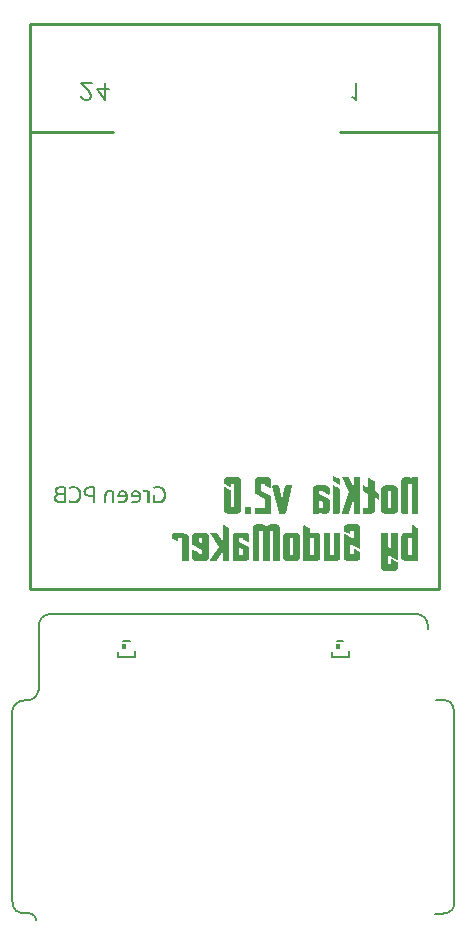
<source format=gbo>
G04 Layer: BottomSilkscreenLayer*
G04 EasyEDA v6.5.21, 2022-10-22 15:56:40*
G04 9ab0f769691e454ba0e7696980ab9178,294cf934c43b457281b0b0dcd80bbfec,10*
G04 Gerber Generator version 0.2*
G04 Scale: 100 percent, Rotated: No, Reflected: No *
G04 Dimensions in millimeters *
G04 leading zeros omitted , absolute positions ,4 integer and 5 decimal *
%FSLAX45Y45*%
%MOMM*%

%ADD10C,0.2032*%
%ADD11C,0.2540*%
%ADD12C,0.1520*%

%LPD*%
G36*
X-159512Y2140610D02*
G01*
X-171246Y2138324D01*
X-181102Y2131466D01*
X-184962Y2126742D01*
X-187756Y2121611D01*
X-189433Y2115972D01*
X-189992Y2109876D01*
X-189992Y2089810D01*
X-189534Y2086152D01*
X-188264Y2083054D01*
X-186131Y2080564D01*
X-183134Y2078634D01*
X-140360Y2056892D01*
X-138480Y2056130D01*
X-137668Y2056028D01*
X-136194Y2056384D01*
X-135178Y2057552D01*
X-134569Y2059432D01*
X-134366Y2062124D01*
X-134366Y2086000D01*
X-103885Y2086000D01*
X-103885Y2017166D01*
X-181102Y2056536D01*
X-183286Y2057298D01*
X-184912Y2057552D01*
X-187096Y2057044D01*
X-188722Y2055520D01*
X-189636Y2052980D01*
X-189992Y2049424D01*
X-189992Y1862734D01*
X-189433Y1856638D01*
X-187756Y1851050D01*
X-184962Y1845970D01*
X-181102Y1841398D01*
X-176377Y1837486D01*
X-171246Y1834692D01*
X-165608Y1833067D01*
X-159512Y1832508D01*
X-78486Y1832508D01*
X-72390Y1833067D01*
X-66802Y1834692D01*
X-61722Y1837486D01*
X-57150Y1841398D01*
X-53238Y1845970D01*
X-50444Y1851050D01*
X-48818Y1856638D01*
X-48260Y1862734D01*
X-48260Y1899818D01*
X-48564Y1902968D01*
X-49428Y1905711D01*
X-50952Y1907946D01*
X-53086Y1909724D01*
X-98501Y1932482D01*
X-101092Y1933092D01*
X-102311Y1932736D01*
X-103174Y1931720D01*
X-103682Y1930095D01*
X-103885Y1927758D01*
X-103885Y1888134D01*
X-134366Y1888134D01*
X-134366Y1971192D01*
X-55676Y1931416D01*
X-53289Y1930654D01*
X-52324Y1930552D01*
X-50546Y1930958D01*
X-49276Y1932228D01*
X-48514Y1934413D01*
X-48260Y1937410D01*
X-48260Y2109876D01*
X-48818Y2115972D01*
X-50444Y2121611D01*
X-53238Y2126742D01*
X-57150Y2131466D01*
X-61722Y2135428D01*
X-66802Y2138324D01*
X-72390Y2140000D01*
X-78486Y2140610D01*
G37*
G36*
X-929132Y2140610D02*
G01*
X-940866Y2138324D01*
X-950721Y2131466D01*
X-954481Y2126742D01*
X-957173Y2121611D01*
X-958799Y2115972D01*
X-959358Y2109876D01*
X-959358Y1837334D01*
X-959002Y1835200D01*
X-957986Y1833676D01*
X-956360Y1832813D01*
X-954024Y1832508D01*
X-908558Y1832508D01*
X-906424Y1832813D01*
X-904900Y1833676D01*
X-904036Y1835200D01*
X-903732Y1837334D01*
X-903732Y2086000D01*
X-873506Y2086000D01*
X-873506Y1837334D01*
X-873150Y1835200D01*
X-872134Y1833676D01*
X-870508Y1832813D01*
X-868171Y1832508D01*
X-822706Y1832508D01*
X-820572Y1832813D01*
X-819048Y1833676D01*
X-818184Y1835200D01*
X-817880Y1837334D01*
X-817880Y2086000D01*
X-787654Y2086000D01*
X-787654Y1837334D01*
X-787298Y1835200D01*
X-786384Y1833676D01*
X-784758Y1832813D01*
X-782574Y1832508D01*
X-736854Y1832508D01*
X-734618Y1832813D01*
X-733044Y1833676D01*
X-732078Y1835200D01*
X-731774Y1837334D01*
X-731774Y2109876D01*
X-732332Y2115972D01*
X-733958Y2121611D01*
X-736752Y2126742D01*
X-740664Y2131466D01*
X-750468Y2138324D01*
X-762254Y2140610D01*
X-817880Y2140610D01*
X-826719Y2139340D01*
X-834288Y2135581D01*
X-840587Y2129282D01*
X-845566Y2120544D01*
X-850442Y2129282D01*
X-856742Y2135581D01*
X-864412Y2139340D01*
X-873506Y2140610D01*
G37*
G36*
X-1210818Y2133244D02*
G01*
X-1212596Y2132584D01*
X-1213866Y2131263D01*
X-1214628Y2129180D01*
X-1214882Y2126386D01*
X-1214882Y1990750D01*
X-1261618Y2065934D01*
X-1262837Y2067560D01*
X-1264564Y2068779D01*
X-1266799Y2069490D01*
X-1269492Y2069744D01*
X-1317244Y2069744D01*
X-1319225Y2069592D01*
X-1320647Y2069134D01*
X-1321511Y2068423D01*
X-1321765Y2067153D01*
X-1321511Y2066391D01*
X-1249934Y1951126D01*
X-1321511Y1835912D01*
X-1321816Y1834540D01*
X-1321308Y1833625D01*
X-1320393Y1833016D01*
X-1319022Y1832610D01*
X-1269492Y1832508D01*
X-1266799Y1832711D01*
X-1264564Y1833422D01*
X-1262837Y1834642D01*
X-1261618Y1836318D01*
X-1214882Y1911502D01*
X-1214882Y1837334D01*
X-1214526Y1835200D01*
X-1213612Y1833676D01*
X-1211986Y1832813D01*
X-1209802Y1832508D01*
X-1164082Y1832508D01*
X-1161948Y1832813D01*
X-1160424Y1833676D01*
X-1159560Y1835200D01*
X-1159256Y1837334D01*
X-1159256Y2099208D01*
X-1159611Y2103170D01*
X-1160678Y2106422D01*
X-1162507Y2109012D01*
X-1165098Y2110892D01*
X-1205992Y2131466D01*
G37*
G36*
X388112Y2132736D02*
G01*
X386486Y2132330D01*
X385267Y2131110D01*
X384556Y2129129D01*
X384302Y2126386D01*
X384302Y2069744D01*
X328676Y2069744D01*
X322580Y2069185D01*
X316941Y2067560D01*
X311810Y2064867D01*
X307086Y2061108D01*
X303326Y2056384D01*
X300634Y2051253D01*
X299008Y2045614D01*
X298450Y2039518D01*
X298450Y2024532D01*
X384302Y2024532D01*
X384302Y1877974D01*
X354076Y1877974D01*
X354076Y2024532D01*
X298450Y2024532D01*
X298450Y1862734D01*
X299008Y1856638D01*
X300634Y1851050D01*
X303326Y1845970D01*
X307086Y1841398D01*
X311810Y1837486D01*
X316941Y1834692D01*
X322580Y1833067D01*
X328676Y1832508D01*
X362559Y1832610D01*
X368909Y1833625D01*
X372618Y1834540D01*
X376326Y1836013D01*
X379476Y1837639D01*
X382168Y1839417D01*
X384302Y1841398D01*
X384302Y1837334D01*
X384606Y1835200D01*
X385521Y1833676D01*
X387045Y1832813D01*
X389128Y1832508D01*
X435101Y1832508D01*
X437235Y1832813D01*
X438759Y1833676D01*
X439623Y1835200D01*
X439928Y1837334D01*
X439928Y2099208D01*
X439572Y2103120D01*
X438505Y2106320D01*
X436676Y2108708D01*
X434085Y2110384D01*
X393192Y2131466D01*
X390398Y2132380D01*
G37*
G36*
X-527304Y2132228D02*
G01*
X-528929Y2131822D01*
X-530148Y2130755D01*
X-530860Y2128926D01*
X-531114Y2126386D01*
X-531114Y2024024D01*
X-445770Y2024024D01*
X-445770Y1877974D01*
X-475996Y1877974D01*
X-475996Y2024024D01*
X-531114Y2024024D01*
X-531114Y1837334D01*
X-530809Y1835200D01*
X-529894Y1833676D01*
X-528370Y1832813D01*
X-526288Y1832508D01*
X-480822Y1832508D01*
X-478688Y1832813D01*
X-477164Y1833676D01*
X-476300Y1835200D01*
X-475996Y1837334D01*
X-475996Y1841398D01*
X-473557Y1839468D01*
X-470712Y1837740D01*
X-467359Y1836267D01*
X-459689Y1833930D01*
X-453491Y1832660D01*
X-451104Y1832508D01*
X-420370Y1832508D01*
X-414223Y1833067D01*
X-408584Y1834692D01*
X-403453Y1837486D01*
X-398780Y1841398D01*
X-394970Y1845970D01*
X-392277Y1851050D01*
X-390652Y1856638D01*
X-390144Y1862734D01*
X-390144Y2039518D01*
X-390652Y2045614D01*
X-392277Y2051253D01*
X-394970Y2056384D01*
X-398780Y2061108D01*
X-403453Y2064867D01*
X-408584Y2067560D01*
X-414223Y2069185D01*
X-420370Y2069744D01*
X-475996Y2069744D01*
X-475996Y2098700D01*
X-476351Y2102408D01*
X-477418Y2105558D01*
X-479247Y2107996D01*
X-481838Y2109876D01*
X-522985Y2131466D01*
X-525170Y2132025D01*
G37*
G36*
X-1555242Y2070252D02*
G01*
X-1556867Y2069846D01*
X-1558086Y2068626D01*
X-1558798Y2066645D01*
X-1559052Y2063902D01*
X-1559052Y2061108D01*
X-1561236Y2062937D01*
X-1563979Y2064562D01*
X-1567332Y2066086D01*
X-1571244Y2067458D01*
X-1578457Y2069134D01*
X-1583436Y2069744D01*
X-1614678Y2069744D01*
X-1620774Y2069185D01*
X-1626412Y2067560D01*
X-1631543Y2064867D01*
X-1636268Y2061108D01*
X-1640027Y2056384D01*
X-1642719Y2051253D01*
X-1644345Y2045614D01*
X-1644904Y2039518D01*
X-1644904Y2035708D01*
X-1644345Y2030628D01*
X-1642719Y2026412D01*
X-1640027Y2023008D01*
X-1636268Y2020468D01*
X-1599844Y2002028D01*
X-1596948Y2001012D01*
X-1595628Y2000910D01*
X-1592834Y2001774D01*
X-1590852Y2003958D01*
X-1589633Y2007362D01*
X-1589278Y2012086D01*
X-1589278Y2024532D01*
X-1559052Y2024532D01*
X-1559052Y1837334D01*
X-1558747Y1835200D01*
X-1557832Y1833676D01*
X-1556308Y1832813D01*
X-1554226Y1832508D01*
X-1508252Y1832508D01*
X-1506118Y1832813D01*
X-1504594Y1833676D01*
X-1503730Y1835200D01*
X-1503426Y1837334D01*
X-1503426Y2036724D01*
X-1503781Y2040229D01*
X-1504848Y2043175D01*
X-1506677Y2045563D01*
X-1509268Y2047392D01*
X-1551584Y2069388D01*
X-1554124Y2070150D01*
G37*
G36*
X132842Y2069744D02*
G01*
X130505Y2069439D01*
X128879Y2068525D01*
X127863Y2067001D01*
X127508Y2064918D01*
X127508Y1778914D01*
X128066Y1772767D01*
X129692Y1767128D01*
X132384Y1761998D01*
X136144Y1757324D01*
X140868Y1753412D01*
X145999Y1750618D01*
X151638Y1748993D01*
X157734Y1748434D01*
X238760Y1748434D01*
X244906Y1748993D01*
X250545Y1750618D01*
X255676Y1753412D01*
X260350Y1757324D01*
X264160Y1761998D01*
X266852Y1767128D01*
X268478Y1772767D01*
X268986Y1778914D01*
X268986Y1813458D01*
X268681Y1817014D01*
X267817Y1819910D01*
X266293Y1822094D01*
X264160Y1823618D01*
X220878Y1845360D01*
X217932Y1846224D01*
X215950Y1845767D01*
X214528Y1844344D01*
X213664Y1842058D01*
X213360Y1838858D01*
X213360Y1804314D01*
X183134Y1804314D01*
X183134Y1881276D01*
X260146Y1841855D01*
X263042Y1840992D01*
X264160Y1840890D01*
X266293Y1841449D01*
X267817Y1843176D01*
X268681Y1846021D01*
X268986Y1850034D01*
X268986Y2064918D01*
X268681Y2067001D01*
X267817Y2068525D01*
X266293Y2069439D01*
X264160Y2069744D01*
X218186Y2069744D01*
X216103Y2069439D01*
X214579Y2068525D01*
X213664Y2067001D01*
X213360Y2064918D01*
X213360Y1933092D01*
X183134Y1948332D01*
X183134Y2064918D01*
X182829Y2067001D01*
X181965Y2068525D01*
X180441Y2069439D01*
X178308Y2069744D01*
G37*
G36*
X-355346Y2069744D02*
G01*
X-357682Y2069388D01*
X-359308Y2068372D01*
X-360324Y2066747D01*
X-360680Y2064410D01*
X-360680Y1837334D01*
X-360324Y1835200D01*
X-359308Y1833676D01*
X-357682Y1832813D01*
X-355346Y1832508D01*
X-310134Y1832508D01*
X-307898Y1832813D01*
X-306324Y1833676D01*
X-305358Y1835200D01*
X-305054Y1837334D01*
X-305054Y1841398D01*
X-302615Y1839468D01*
X-299770Y1837740D01*
X-296418Y1836267D01*
X-288848Y1833930D01*
X-285546Y1833118D01*
X-282651Y1832660D01*
X-280162Y1832508D01*
X-249428Y1832508D01*
X-243332Y1833067D01*
X-237744Y1834692D01*
X-232664Y1837486D01*
X-228092Y1841398D01*
X-224180Y1845970D01*
X-221386Y1851050D01*
X-219760Y1856638D01*
X-219202Y1862734D01*
X-219202Y2064410D01*
X-219506Y2066747D01*
X-220370Y2068372D01*
X-221894Y2069388D01*
X-224028Y2069744D01*
X-270002Y2069744D01*
X-272084Y2069388D01*
X-273608Y2068372D01*
X-274523Y2066747D01*
X-274828Y2064410D01*
X-274828Y1877974D01*
X-305054Y1877974D01*
X-305054Y2064410D01*
X-305358Y2066747D01*
X-306324Y2068372D01*
X-307898Y2069388D01*
X-310134Y2069744D01*
G37*
G36*
X-672338Y2069744D02*
G01*
X-678434Y2069185D01*
X-684072Y2067560D01*
X-689203Y2064867D01*
X-693928Y2061108D01*
X-697687Y2056384D01*
X-700379Y2051253D01*
X-702005Y2045614D01*
X-702564Y2039518D01*
X-702564Y2024532D01*
X-616712Y2024532D01*
X-616712Y1877974D01*
X-646938Y1877974D01*
X-646938Y2024532D01*
X-702564Y2024532D01*
X-702564Y1862734D01*
X-702005Y1856638D01*
X-700379Y1851050D01*
X-697687Y1845970D01*
X-693928Y1841398D01*
X-689203Y1837486D01*
X-684072Y1834692D01*
X-678434Y1833067D01*
X-672338Y1832508D01*
X-591312Y1832508D01*
X-585165Y1833067D01*
X-579526Y1834692D01*
X-574395Y1837486D01*
X-569722Y1841398D01*
X-565912Y1845970D01*
X-563219Y1851050D01*
X-561594Y1856638D01*
X-561086Y1862734D01*
X-561086Y2039518D01*
X-561594Y2045614D01*
X-563219Y2051253D01*
X-565912Y2056384D01*
X-569722Y2061108D01*
X-574395Y2064867D01*
X-579526Y2067560D01*
X-585165Y2069185D01*
X-591312Y2069744D01*
G37*
G36*
X-1099566Y2069744D02*
G01*
X-1105662Y2069185D01*
X-1111300Y2067560D01*
X-1116431Y2064867D01*
X-1121156Y2061108D01*
X-1124915Y2056384D01*
X-1127607Y2051253D01*
X-1129233Y2045614D01*
X-1129792Y2039518D01*
X-1129792Y1943252D01*
X-1074166Y1943252D01*
X-1043940Y1928266D01*
X-1043940Y1877974D01*
X-1074166Y1877974D01*
X-1074166Y1943252D01*
X-1129792Y1943252D01*
X-1129792Y1837334D01*
X-1129436Y1835200D01*
X-1128420Y1833676D01*
X-1126794Y1832813D01*
X-1124458Y1832508D01*
X-1078992Y1832508D01*
X-1076858Y1832813D01*
X-1075334Y1833676D01*
X-1074470Y1835200D01*
X-1074166Y1837334D01*
X-1074166Y1841398D01*
X-1071727Y1839468D01*
X-1068882Y1837740D01*
X-1065530Y1836267D01*
X-1057859Y1833930D01*
X-1051661Y1832660D01*
X-1049274Y1832508D01*
X-1018540Y1832508D01*
X-1012393Y1833067D01*
X-1006754Y1834692D01*
X-1001623Y1837486D01*
X-996950Y1841398D01*
X-993140Y1845970D01*
X-990447Y1851050D01*
X-988821Y1856638D01*
X-988314Y1862734D01*
X-988314Y1944776D01*
X-988517Y1947011D01*
X-989228Y1948992D01*
X-990447Y1950720D01*
X-992124Y1952142D01*
X-1074166Y1994052D01*
X-1074166Y2024532D01*
X-1043940Y2024532D01*
X-1043432Y2020570D01*
X-1041958Y2017217D01*
X-1039469Y2014372D01*
X-1036066Y2012086D01*
X-998778Y1993747D01*
X-995883Y1992884D01*
X-994664Y1992782D01*
X-991869Y1993442D01*
X-989888Y1995424D01*
X-988669Y1998776D01*
X-988314Y2003450D01*
X-988314Y2039518D01*
X-988821Y2045614D01*
X-990447Y2051253D01*
X-993140Y2056384D01*
X-996950Y2061108D01*
X-1001623Y2064867D01*
X-1006754Y2067560D01*
X-1012393Y2069185D01*
X-1018540Y2069744D01*
G37*
G36*
X-1443736Y2069744D02*
G01*
X-1449832Y2069185D01*
X-1455470Y2067560D01*
X-1460601Y2064867D01*
X-1465326Y2061108D01*
X-1471777Y2050745D01*
X-1473962Y2037486D01*
X-1473962Y2024024D01*
X-1388110Y2024024D01*
X-1388110Y1977542D01*
X-1418336Y1993036D01*
X-1418336Y2024024D01*
X-1473962Y2024024D01*
X-1473962Y1976018D01*
X-1473708Y1973529D01*
X-1472996Y1971497D01*
X-1471777Y1969871D01*
X-1470152Y1968652D01*
X-1388110Y1927250D01*
X-1388110Y1888134D01*
X-1418336Y1888134D01*
X-1418742Y1894332D01*
X-1420012Y1899361D01*
X-1422196Y1903120D01*
X-1425194Y1905660D01*
X-1464767Y1925878D01*
X-1467408Y1926640D01*
X-1468628Y1926742D01*
X-1470964Y1925980D01*
X-1472590Y1924202D01*
X-1473606Y1921408D01*
X-1473962Y1917598D01*
X-1473962Y1862734D01*
X-1473403Y1856638D01*
X-1471777Y1851050D01*
X-1469085Y1845970D01*
X-1465326Y1841398D01*
X-1460601Y1837486D01*
X-1455470Y1834692D01*
X-1449832Y1833067D01*
X-1443736Y1832508D01*
X-1362710Y1832508D01*
X-1356614Y1833067D01*
X-1351026Y1834692D01*
X-1345946Y1837486D01*
X-1341374Y1841398D01*
X-1337462Y1845970D01*
X-1334668Y1851050D01*
X-1333042Y1856638D01*
X-1332484Y1862734D01*
X-1332484Y2039518D01*
X-1333042Y2045614D01*
X-1334668Y2051253D01*
X-1337462Y2056384D01*
X-1341374Y2061108D01*
X-1345946Y2064867D01*
X-1351026Y2067560D01*
X-1356614Y2069185D01*
X-1362710Y2069744D01*
G37*
G36*
X-282752Y2553309D02*
G01*
X-283514Y2553157D01*
X-284073Y2552547D01*
X-284429Y2551633D01*
X-284530Y2509875D01*
X-284327Y2507996D01*
X-283718Y2506421D01*
X-282651Y2505100D01*
X-281228Y2504033D01*
X-221538Y2473096D01*
X-220675Y2472842D01*
X-219354Y2472994D01*
X-218744Y2473502D01*
X-218338Y2474366D01*
X-218236Y2516225D01*
X-218490Y2518257D01*
X-219202Y2519984D01*
X-220370Y2521458D01*
X-222046Y2522575D01*
X-282448Y2553309D01*
G37*
G36*
X328625Y2540609D02*
G01*
X322529Y2540050D01*
X316941Y2538323D01*
X311861Y2535478D01*
X307289Y2531465D01*
X303428Y2526792D01*
X300634Y2521661D01*
X298958Y2516022D01*
X298399Y2509875D01*
X298399Y2237333D01*
X298754Y2235250D01*
X299720Y2233726D01*
X301396Y2232812D01*
X303733Y2232507D01*
X349199Y2232507D01*
X351332Y2232812D01*
X352806Y2233726D01*
X353720Y2235250D01*
X354025Y2237333D01*
X354025Y2484983D01*
X384251Y2484983D01*
X384251Y2237333D01*
X384556Y2235250D01*
X385521Y2233726D01*
X387096Y2232812D01*
X389331Y2232507D01*
X435051Y2232507D01*
X437184Y2232812D01*
X438658Y2233726D01*
X439572Y2235250D01*
X439877Y2237333D01*
X439877Y2535275D01*
X439572Y2537460D01*
X438658Y2539034D01*
X437184Y2540101D01*
X435051Y2540609D01*
X389331Y2540609D01*
X387096Y2540101D01*
X385521Y2539034D01*
X384556Y2537460D01*
X384251Y2535275D01*
X384251Y2531719D01*
X382066Y2533650D01*
X379323Y2535377D01*
X375970Y2536850D01*
X368249Y2539187D01*
X362153Y2540457D01*
X359867Y2540609D01*
G37*
G36*
X-201218Y2540609D02*
G01*
X-203098Y2540457D01*
X-204470Y2540000D01*
X-205282Y2539187D01*
X-205486Y2537510D01*
X-147878Y2413101D01*
X-206044Y2237333D01*
X-206044Y2235809D01*
X-205740Y2234387D01*
X-204825Y2233371D01*
X-203301Y2232710D01*
X-201218Y2232507D01*
X-151434Y2232507D01*
X-148894Y2232812D01*
X-146812Y2233726D01*
X-145186Y2235250D01*
X-144068Y2237333D01*
X-112826Y2339949D01*
X-103936Y2319883D01*
X-103936Y2237333D01*
X-103632Y2235250D01*
X-102717Y2233726D01*
X-101193Y2232812D01*
X-99110Y2232507D01*
X-53136Y2232507D01*
X-51003Y2232812D01*
X-49530Y2233726D01*
X-48615Y2235250D01*
X-48310Y2237333D01*
X-48310Y2535275D01*
X-48615Y2537460D01*
X-49530Y2539034D01*
X-51003Y2540101D01*
X-53136Y2540609D01*
X-99110Y2540609D01*
X-101193Y2540101D01*
X-102717Y2539034D01*
X-103632Y2537460D01*
X-103936Y2535275D01*
X-103936Y2449677D01*
X-144068Y2535275D01*
X-145643Y2537460D01*
X-147624Y2539034D01*
X-149961Y2540101D01*
X-152704Y2540609D01*
G37*
G36*
X-913942Y2540609D02*
G01*
X-925677Y2538323D01*
X-935532Y2531465D01*
X-939292Y2526792D01*
X-941984Y2521661D01*
X-943610Y2516022D01*
X-944168Y2509875D01*
X-944168Y2414625D01*
X-943457Y2409342D01*
X-941222Y2404567D01*
X-937615Y2400300D01*
X-932484Y2396591D01*
X-858316Y2358491D01*
X-858316Y2277973D01*
X-938834Y2277973D01*
X-941171Y2277465D01*
X-942848Y2276398D01*
X-943813Y2274824D01*
X-944168Y2272639D01*
X-944168Y2237333D01*
X-943813Y2235250D01*
X-942848Y2233726D01*
X-941171Y2232812D01*
X-938834Y2232507D01*
X-807516Y2232507D01*
X-805383Y2232812D01*
X-803910Y2233726D01*
X-802995Y2235250D01*
X-802690Y2237333D01*
X-802690Y2360523D01*
X-802995Y2366518D01*
X-804011Y2371648D01*
X-805688Y2376017D01*
X-808024Y2379573D01*
X-811072Y2382723D01*
X-814933Y2385822D01*
X-819607Y2388819D01*
X-888542Y2424785D01*
X-888542Y2484983D01*
X-858316Y2484983D01*
X-858316Y2479649D01*
X-857859Y2475585D01*
X-856487Y2472182D01*
X-854151Y2469489D01*
X-850950Y2467457D01*
X-811479Y2447239D01*
X-809091Y2446477D01*
X-808024Y2446375D01*
X-805688Y2446934D01*
X-804011Y2448560D01*
X-802995Y2451252D01*
X-802690Y2455011D01*
X-802690Y2509875D01*
X-803249Y2516022D01*
X-804926Y2521661D01*
X-807669Y2526792D01*
X-811580Y2531465D01*
X-816152Y2535478D01*
X-821232Y2538323D01*
X-826820Y2540050D01*
X-832916Y2540609D01*
G37*
G36*
X-1172768Y2540609D02*
G01*
X-1184503Y2538323D01*
X-1194358Y2531465D01*
X-1198118Y2526792D01*
X-1200810Y2521661D01*
X-1202436Y2516022D01*
X-1202994Y2509875D01*
X-1202994Y2489809D01*
X-1202690Y2486253D01*
X-1201775Y2483358D01*
X-1200251Y2481173D01*
X-1198168Y2479649D01*
X-1154226Y2457043D01*
X-1151991Y2456281D01*
X-1150416Y2456027D01*
X-1149096Y2456383D01*
X-1148130Y2457297D01*
X-1147572Y2458923D01*
X-1147368Y2461107D01*
X-1147368Y2485999D01*
X-1117142Y2485999D01*
X-1117142Y2288133D01*
X-1147368Y2288133D01*
X-1147368Y2425801D01*
X-1147673Y2429002D01*
X-1148689Y2431745D01*
X-1150366Y2433980D01*
X-1152702Y2435707D01*
X-1197914Y2458516D01*
X-1199438Y2459024D01*
X-1200200Y2459075D01*
X-1201420Y2458720D01*
X-1202283Y2457653D01*
X-1202791Y2455824D01*
X-1202994Y2453233D01*
X-1202994Y2262733D01*
X-1202436Y2256637D01*
X-1200810Y2250998D01*
X-1198118Y2245868D01*
X-1194358Y2241143D01*
X-1189685Y2237384D01*
X-1184503Y2234692D01*
X-1178864Y2233066D01*
X-1172768Y2232507D01*
X-1091742Y2232507D01*
X-1085646Y2233066D01*
X-1080008Y2234692D01*
X-1074826Y2237384D01*
X-1070152Y2241143D01*
X-1066393Y2245868D01*
X-1063650Y2250998D01*
X-1062075Y2256637D01*
X-1061516Y2262733D01*
X-1061516Y2509875D01*
X-1062075Y2516022D01*
X-1063650Y2521661D01*
X-1066393Y2526792D01*
X-1070152Y2531465D01*
X-1080008Y2538323D01*
X-1091742Y2540609D01*
G37*
G36*
X22047Y2532735D02*
G01*
X20370Y2532380D01*
X19202Y2531160D01*
X18491Y2529179D01*
X18237Y2526385D01*
X18237Y2447391D01*
X-25958Y2469743D01*
X-27330Y2469540D01*
X-28092Y2468930D01*
X-28600Y2467914D01*
X-28752Y2466441D01*
X-28752Y2425801D01*
X-28498Y2423566D01*
X-27787Y2421686D01*
X-26619Y2420162D01*
X-24942Y2418943D01*
X18237Y2396591D01*
X18237Y2277973D01*
X-23418Y2277973D01*
X-25755Y2277465D01*
X-27432Y2276398D01*
X-28397Y2274824D01*
X-28752Y2272639D01*
X-28752Y2237333D01*
X-28397Y2235250D01*
X-27432Y2233726D01*
X-25755Y2232812D01*
X-23418Y2232507D01*
X43637Y2232507D01*
X49631Y2233066D01*
X55219Y2234692D01*
X60299Y2237384D01*
X64973Y2241143D01*
X68884Y2245868D01*
X71628Y2250998D01*
X73304Y2256637D01*
X73863Y2262733D01*
X73863Y2368143D01*
X110947Y2349601D01*
X111709Y2349855D01*
X112268Y2350617D01*
X112623Y2351887D01*
X112725Y2393543D01*
X112471Y2395829D01*
X111760Y2397810D01*
X110591Y2399538D01*
X108915Y2400909D01*
X73863Y2418943D01*
X73863Y2498953D01*
X73507Y2502814D01*
X72390Y2506014D01*
X70561Y2508554D01*
X68021Y2510383D01*
X25552Y2531872D01*
X23114Y2532634D01*
G37*
G36*
X-275894Y2470251D02*
G01*
X-277571Y2469896D01*
X-278739Y2468676D01*
X-279450Y2466695D01*
X-279704Y2463901D01*
X-279704Y2237333D01*
X-279400Y2235250D01*
X-278485Y2233726D01*
X-276961Y2232812D01*
X-274878Y2232507D01*
X-228904Y2232507D01*
X-226771Y2232812D01*
X-225298Y2233726D01*
X-224383Y2235250D01*
X-224078Y2237333D01*
X-224078Y2436469D01*
X-224434Y2440533D01*
X-225552Y2443784D01*
X-227380Y2446274D01*
X-229920Y2447899D01*
X-272389Y2469388D01*
X-274828Y2470150D01*
G37*
G36*
X157683Y2469743D02*
G01*
X151587Y2469235D01*
X145999Y2467610D01*
X140919Y2464917D01*
X136347Y2461107D01*
X132486Y2456434D01*
X129692Y2451303D01*
X128016Y2445664D01*
X127457Y2439517D01*
X127457Y2424277D01*
X213309Y2424277D01*
X213309Y2277973D01*
X183083Y2277973D01*
X183083Y2424277D01*
X127457Y2424277D01*
X127457Y2262733D01*
X128016Y2256637D01*
X129692Y2250998D01*
X132486Y2245868D01*
X136347Y2241143D01*
X140919Y2237384D01*
X145999Y2234692D01*
X151587Y2233066D01*
X157683Y2232507D01*
X238709Y2232507D01*
X244805Y2233066D01*
X250444Y2234692D01*
X255625Y2237384D01*
X260299Y2241143D01*
X264210Y2245868D01*
X266954Y2250998D01*
X268630Y2256637D01*
X269189Y2262733D01*
X269189Y2439517D01*
X268630Y2445664D01*
X266954Y2451303D01*
X264210Y2456434D01*
X260299Y2461107D01*
X255625Y2464917D01*
X250444Y2467610D01*
X244805Y2469235D01*
X238709Y2469743D01*
G37*
G36*
X-420928Y2469743D02*
G01*
X-427024Y2469235D01*
X-432612Y2467610D01*
X-437692Y2464917D01*
X-442264Y2461107D01*
X-446125Y2456434D01*
X-448919Y2451303D01*
X-450596Y2445664D01*
X-451154Y2439517D01*
X-451154Y2343251D01*
X-395528Y2343251D01*
X-365302Y2328265D01*
X-365302Y2277973D01*
X-395528Y2277973D01*
X-395528Y2343251D01*
X-451154Y2343251D01*
X-451154Y2237333D01*
X-450799Y2235250D01*
X-449834Y2233726D01*
X-448157Y2232812D01*
X-445820Y2232507D01*
X-400354Y2232507D01*
X-398221Y2232812D01*
X-396748Y2233726D01*
X-395833Y2235250D01*
X-395528Y2237333D01*
X-395528Y2241143D01*
X-393039Y2239314D01*
X-390144Y2237689D01*
X-386791Y2236165D01*
X-383082Y2234793D01*
X-375920Y2233117D01*
X-370636Y2232507D01*
X-339902Y2232507D01*
X-333806Y2233066D01*
X-328168Y2234692D01*
X-322986Y2237384D01*
X-318312Y2241143D01*
X-314401Y2245868D01*
X-311658Y2250998D01*
X-309981Y2256637D01*
X-309422Y2262733D01*
X-309422Y2344775D01*
X-309676Y2347061D01*
X-310438Y2349042D01*
X-311708Y2350770D01*
X-313486Y2352141D01*
X-395528Y2394051D01*
X-395528Y2424277D01*
X-365302Y2424277D01*
X-364794Y2420467D01*
X-363321Y2417165D01*
X-360883Y2414371D01*
X-357428Y2412085D01*
X-318516Y2393035D01*
X-315772Y2392527D01*
X-312978Y2393238D01*
X-310997Y2395270D01*
X-309829Y2398674D01*
X-309422Y2403449D01*
X-309422Y2439517D01*
X-309981Y2445664D01*
X-311658Y2451303D01*
X-314401Y2456434D01*
X-318312Y2461107D01*
X-322986Y2464917D01*
X-328168Y2467610D01*
X-333806Y2469235D01*
X-339902Y2469743D01*
G37*
G36*
X-788974Y2469743D02*
G01*
X-790854Y2469540D01*
X-792226Y2468829D01*
X-793038Y2467610D01*
X-793292Y2464409D01*
X-739190Y2237333D01*
X-738428Y2235250D01*
X-737209Y2233726D01*
X-735533Y2232812D01*
X-733348Y2232507D01*
X-686866Y2232507D01*
X-684682Y2232812D01*
X-683006Y2233726D01*
X-681786Y2235250D01*
X-681024Y2237333D01*
X-626922Y2464917D01*
X-627176Y2467051D01*
X-627989Y2468575D01*
X-629361Y2469438D01*
X-631240Y2469743D01*
X-677722Y2469743D01*
X-679907Y2469438D01*
X-681583Y2468422D01*
X-682802Y2466746D01*
X-683564Y2464409D01*
X-709980Y2352649D01*
X-736650Y2464409D01*
X-737616Y2466746D01*
X-738987Y2468422D01*
X-740765Y2469438D01*
X-743000Y2469743D01*
G37*
G36*
X-1024432Y2288133D02*
G01*
X-1026515Y2287828D01*
X-1028039Y2286965D01*
X-1028953Y2285441D01*
X-1029258Y2283307D01*
X-1029258Y2237333D01*
X-1028953Y2235250D01*
X-1028039Y2233726D01*
X-1026515Y2232812D01*
X-1024432Y2232507D01*
X-978458Y2232507D01*
X-976325Y2232812D01*
X-974852Y2233726D01*
X-973937Y2235250D01*
X-973632Y2237333D01*
X-973632Y2283307D01*
X-973937Y2285441D01*
X-974852Y2286965D01*
X-976325Y2287828D01*
X-978458Y2288133D01*
G37*
G36*
X-1760575Y2465324D02*
G01*
X-1769465Y2465070D01*
X-1777339Y2464308D01*
X-1784146Y2462885D01*
X-1794611Y2459736D01*
X-1798421Y2458212D01*
X-1802993Y2455672D01*
X-1796643Y2439670D01*
X-1793493Y2441448D01*
X-1789887Y2443073D01*
X-1785874Y2444496D01*
X-1776526Y2446883D01*
X-1771650Y2447645D01*
X-1766620Y2448153D01*
X-1761591Y2448306D01*
X-1756460Y2448052D01*
X-1751533Y2447340D01*
X-1746808Y2446172D01*
X-1742287Y2444496D01*
X-1738122Y2442362D01*
X-1734312Y2439873D01*
X-1730756Y2436926D01*
X-1727555Y2433574D01*
X-1724660Y2429814D01*
X-1722170Y2425649D01*
X-1719986Y2421026D01*
X-1718157Y2416048D01*
X-1716582Y2410764D01*
X-1715516Y2405176D01*
X-1714804Y2399233D01*
X-1714601Y2392934D01*
X-1714804Y2386838D01*
X-1715363Y2381046D01*
X-1716328Y2375560D01*
X-1717649Y2370328D01*
X-1719224Y2365400D01*
X-1721205Y2360879D01*
X-1723542Y2356662D01*
X-1726285Y2352802D01*
X-1729486Y2349449D01*
X-1733042Y2346452D01*
X-1736852Y2343861D01*
X-1741017Y2341626D01*
X-1745538Y2339848D01*
X-1750466Y2338578D01*
X-1755851Y2337816D01*
X-1761591Y2337562D01*
X-1769313Y2337816D01*
X-1780844Y2339340D01*
X-1784197Y2340102D01*
X-1784197Y2391664D01*
X-1803755Y2391664D01*
X-1803755Y2326894D01*
X-1796897Y2325116D01*
X-1786483Y2323084D01*
X-1780184Y2322169D01*
X-1766417Y2321001D01*
X-1759305Y2320798D01*
X-1745284Y2322017D01*
X-1732635Y2325624D01*
X-1721510Y2331516D01*
X-1712061Y2339594D01*
X-1704441Y2349804D01*
X-1698853Y2362200D01*
X-1695246Y2376627D01*
X-1694027Y2392934D01*
X-1695348Y2409444D01*
X-1699361Y2423922D01*
X-1705559Y2436317D01*
X-1713585Y2446528D01*
X-1723491Y2454605D01*
X-1734921Y2460498D01*
X-1747316Y2464104D01*
G37*
G36*
X-2478125Y2465324D02*
G01*
X-2486304Y2465070D01*
X-2493619Y2464308D01*
X-2500020Y2462885D01*
X-2510180Y2459736D01*
X-2513939Y2458212D01*
X-2518257Y2455672D01*
X-2512669Y2439670D01*
X-2507589Y2442464D01*
X-2499715Y2445258D01*
X-2490317Y2447544D01*
X-2485237Y2448102D01*
X-2480157Y2448306D01*
X-2474722Y2448052D01*
X-2469591Y2447340D01*
X-2464816Y2446172D01*
X-2460345Y2444496D01*
X-2456078Y2442362D01*
X-2452166Y2439873D01*
X-2448560Y2436926D01*
X-2445359Y2433574D01*
X-2442362Y2429814D01*
X-2439771Y2425649D01*
X-2437536Y2421026D01*
X-2435707Y2416048D01*
X-2434285Y2410764D01*
X-2433218Y2405176D01*
X-2432608Y2399233D01*
X-2432405Y2392934D01*
X-2432608Y2386838D01*
X-2433167Y2381046D01*
X-2434132Y2375560D01*
X-2435453Y2370328D01*
X-2437028Y2365400D01*
X-2439009Y2360879D01*
X-2441346Y2356662D01*
X-2444089Y2352802D01*
X-2447188Y2349449D01*
X-2450642Y2346452D01*
X-2454402Y2343861D01*
X-2458567Y2341626D01*
X-2463088Y2339848D01*
X-2467965Y2338578D01*
X-2473248Y2337816D01*
X-2478887Y2337562D01*
X-2485339Y2337714D01*
X-2491130Y2338273D01*
X-2496362Y2339136D01*
X-2500985Y2340356D01*
X-2508707Y2342997D01*
X-2514193Y2345436D01*
X-2519273Y2329434D01*
X-2517343Y2328265D01*
X-2510180Y2325420D01*
X-2499461Y2322677D01*
X-2492603Y2321560D01*
X-2485186Y2320798D01*
X-2477109Y2320544D01*
X-2463088Y2321763D01*
X-2450439Y2325370D01*
X-2439314Y2331262D01*
X-2429865Y2339340D01*
X-2422245Y2349601D01*
X-2416657Y2362200D01*
X-2413050Y2376627D01*
X-2411831Y2392934D01*
X-2413152Y2409444D01*
X-2417165Y2423922D01*
X-2423414Y2436317D01*
X-2431389Y2446528D01*
X-2441244Y2454605D01*
X-2452471Y2460498D01*
X-2464866Y2464104D01*
G37*
G36*
X-2332583Y2463546D02*
G01*
X-2346350Y2462834D01*
X-2358440Y2460752D01*
X-2368804Y2457246D01*
X-2377541Y2452370D01*
X-2384450Y2446223D01*
X-2389378Y2438654D01*
X-2392324Y2429713D01*
X-2393265Y2419604D01*
X-2372969Y2419604D01*
X-2372766Y2423363D01*
X-2372207Y2426817D01*
X-2371242Y2429967D01*
X-2369921Y2432812D01*
X-2368143Y2435250D01*
X-2366111Y2437434D01*
X-2363825Y2439416D01*
X-2361285Y2441194D01*
X-2358593Y2442565D01*
X-2355697Y2443734D01*
X-2349093Y2445258D01*
X-2341880Y2446223D01*
X-2334361Y2446528D01*
X-2323388Y2446375D01*
X-2315311Y2446020D01*
X-2315311Y2391664D01*
X-2334717Y2391714D01*
X-2343759Y2392375D01*
X-2351735Y2393696D01*
X-2355240Y2394661D01*
X-2358440Y2395829D01*
X-2361285Y2397252D01*
X-2363927Y2398928D01*
X-2366264Y2400909D01*
X-2368245Y2403246D01*
X-2369921Y2405888D01*
X-2371242Y2408732D01*
X-2372207Y2411984D01*
X-2372766Y2415590D01*
X-2372969Y2419604D01*
X-2393265Y2419604D01*
X-2393035Y2413558D01*
X-2392222Y2408224D01*
X-2390851Y2403297D01*
X-2388971Y2398776D01*
X-2386584Y2394762D01*
X-2383688Y2391156D01*
X-2380335Y2387904D01*
X-2376525Y2385060D01*
X-2372258Y2382570D01*
X-2367584Y2380488D01*
X-2362454Y2378760D01*
X-2356967Y2377440D01*
X-2344572Y2375509D01*
X-2330805Y2374900D01*
X-2315311Y2374900D01*
X-2315311Y2323592D01*
X-2296007Y2323592D01*
X-2296007Y2460244D01*
X-2304643Y2461869D01*
X-2314295Y2462784D01*
X-2323846Y2463342D01*
G37*
G36*
X-2578709Y2463546D02*
G01*
X-2584602Y2463444D01*
X-2595880Y2462530D01*
X-2601315Y2461768D01*
X-2606344Y2460701D01*
X-2611018Y2459329D01*
X-2615387Y2457653D01*
X-2619349Y2455672D01*
X-2622956Y2453335D01*
X-2626207Y2450693D01*
X-2629052Y2447747D01*
X-2631541Y2444496D01*
X-2633421Y2440736D01*
X-2634792Y2436622D01*
X-2635605Y2432100D01*
X-2635859Y2427224D01*
X-2635760Y2425700D01*
X-2615793Y2425700D01*
X-2615641Y2428595D01*
X-2615082Y2431288D01*
X-2614218Y2433675D01*
X-2612999Y2435860D01*
X-2611475Y2437790D01*
X-2609697Y2439517D01*
X-2607665Y2441092D01*
X-2605379Y2442464D01*
X-2600096Y2444699D01*
X-2593949Y2446274D01*
X-2587142Y2447036D01*
X-2579979Y2447290D01*
X-2568295Y2447290D01*
X-2560675Y2446528D01*
X-2560675Y2403856D01*
X-2584602Y2403906D01*
X-2591460Y2404414D01*
X-2597810Y2405481D01*
X-2600706Y2406243D01*
X-2605887Y2408428D01*
X-2608072Y2409799D01*
X-2610002Y2411425D01*
X-2611729Y2413254D01*
X-2613253Y2415286D01*
X-2614371Y2417470D01*
X-2615133Y2419908D01*
X-2615641Y2422652D01*
X-2615793Y2425700D01*
X-2635760Y2425700D01*
X-2635504Y2421737D01*
X-2634538Y2416810D01*
X-2632862Y2412339D01*
X-2630525Y2408428D01*
X-2627630Y2404973D01*
X-2624226Y2402027D01*
X-2620365Y2399538D01*
X-2616047Y2397506D01*
X-2621838Y2395474D01*
X-2627020Y2392883D01*
X-2631643Y2389733D01*
X-2635605Y2386076D01*
X-2638704Y2381859D01*
X-2640939Y2376779D01*
X-2642260Y2370937D01*
X-2642692Y2363978D01*
X-2622651Y2363978D01*
X-2622499Y2367280D01*
X-2621991Y2370277D01*
X-2621229Y2372969D01*
X-2620111Y2375408D01*
X-2618689Y2377694D01*
X-2616911Y2379726D01*
X-2614879Y2381504D01*
X-2612491Y2383028D01*
X-2607157Y2385415D01*
X-2600807Y2387092D01*
X-2593695Y2387854D01*
X-2585567Y2388108D01*
X-2560675Y2388108D01*
X-2560675Y2339340D01*
X-2572105Y2338578D01*
X-2584246Y2338628D01*
X-2592527Y2339136D01*
X-2596489Y2339594D01*
X-2600198Y2340305D01*
X-2606903Y2342337D01*
X-2609951Y2343658D01*
X-2612694Y2345182D01*
X-2615133Y2346960D01*
X-2617266Y2348992D01*
X-2619095Y2351278D01*
X-2620670Y2353970D01*
X-2621788Y2356967D01*
X-2622448Y2360320D01*
X-2622651Y2363978D01*
X-2642692Y2363978D01*
X-2641752Y2354478D01*
X-2638907Y2345994D01*
X-2634132Y2338832D01*
X-2627477Y2332990D01*
X-2618638Y2328316D01*
X-2607614Y2324963D01*
X-2594356Y2322982D01*
X-2576779Y2322322D01*
X-2567381Y2322677D01*
X-2557526Y2323338D01*
X-2550261Y2324100D01*
X-2541371Y2325878D01*
X-2541371Y2460244D01*
X-2545638Y2461107D01*
X-2557526Y2462530D01*
X-2567381Y2463241D01*
G37*
G36*
X-1951583Y2430272D02*
G01*
X-1961489Y2429459D01*
X-1970176Y2426970D01*
X-1977643Y2422855D01*
X-1983841Y2417064D01*
X-1988718Y2409596D01*
X-1992223Y2400503D01*
X-1994306Y2389682D01*
X-1994540Y2385568D01*
X-1975713Y2385568D01*
X-1975408Y2391613D01*
X-1974240Y2397099D01*
X-1972259Y2402027D01*
X-1969363Y2406396D01*
X-1965858Y2409850D01*
X-1961743Y2412288D01*
X-1956968Y2413762D01*
X-1951583Y2414270D01*
X-1948383Y2414117D01*
X-1945436Y2413711D01*
X-1942693Y2413000D01*
X-1940153Y2411984D01*
X-1935632Y2409037D01*
X-1931771Y2405380D01*
X-1928825Y2401062D01*
X-1926691Y2396236D01*
X-1925015Y2390902D01*
X-1924151Y2385568D01*
X-1994540Y2385568D01*
X-1995017Y2377186D01*
X-1995017Y2370582D01*
X-1923643Y2370582D01*
X-1926640Y2356307D01*
X-1933041Y2345944D01*
X-1943506Y2339644D01*
X-1958695Y2337562D01*
X-1963420Y2337663D01*
X-1971700Y2338578D01*
X-1978304Y2340102D01*
X-1983384Y2341778D01*
X-1985365Y2342642D01*
X-1987905Y2326894D01*
X-1983282Y2325065D01*
X-1975967Y2323084D01*
X-1966975Y2321763D01*
X-1961946Y2321407D01*
X-1956663Y2321306D01*
X-1950161Y2321560D01*
X-1944065Y2322322D01*
X-1938477Y2323592D01*
X-1933295Y2325370D01*
X-1928571Y2327605D01*
X-1924202Y2330196D01*
X-1920290Y2333193D01*
X-1916785Y2336546D01*
X-1913839Y2340254D01*
X-1911248Y2344369D01*
X-1909114Y2348788D01*
X-1907387Y2353564D01*
X-1906066Y2358644D01*
X-1905101Y2363978D01*
X-1904542Y2369566D01*
X-1904339Y2375408D01*
X-1904593Y2382062D01*
X-1905355Y2388311D01*
X-1906625Y2394102D01*
X-1908403Y2399538D01*
X-1910486Y2404414D01*
X-1912924Y2408885D01*
X-1915668Y2412898D01*
X-1918817Y2416556D01*
X-1922272Y2419756D01*
X-1925929Y2422499D01*
X-1929841Y2424836D01*
X-1934057Y2426716D01*
X-1938375Y2428240D01*
X-1942744Y2429357D01*
X-1947164Y2430018D01*
G37*
G36*
X-2063597Y2430272D02*
G01*
X-2073402Y2429459D01*
X-2082038Y2426970D01*
X-2089404Y2422855D01*
X-2095601Y2417064D01*
X-2100478Y2409596D01*
X-2103983Y2400503D01*
X-2106066Y2389682D01*
X-2106300Y2385568D01*
X-2087473Y2385568D01*
X-2087168Y2391613D01*
X-2086000Y2397099D01*
X-2084019Y2402027D01*
X-2081123Y2406396D01*
X-2077618Y2409850D01*
X-2073503Y2412288D01*
X-2068728Y2413762D01*
X-2063343Y2414270D01*
X-2060244Y2414117D01*
X-2057298Y2413711D01*
X-2054555Y2413000D01*
X-2051913Y2411984D01*
X-2049576Y2410612D01*
X-2045512Y2407310D01*
X-2042109Y2403297D01*
X-2039467Y2398725D01*
X-2037537Y2393543D01*
X-2036775Y2390902D01*
X-2035911Y2385568D01*
X-2106300Y2385568D01*
X-2106777Y2377186D01*
X-2106777Y2370582D01*
X-2035403Y2370582D01*
X-2038400Y2356307D01*
X-2044801Y2345944D01*
X-2055418Y2339644D01*
X-2070455Y2337562D01*
X-2075180Y2337663D01*
X-2083460Y2338578D01*
X-2090064Y2340102D01*
X-2095144Y2341778D01*
X-2097125Y2342642D01*
X-2099665Y2326894D01*
X-2095042Y2325065D01*
X-2087727Y2323084D01*
X-2078685Y2321763D01*
X-2073706Y2321407D01*
X-2068423Y2321306D01*
X-2061921Y2321560D01*
X-2055875Y2322322D01*
X-2050237Y2323592D01*
X-2045055Y2325370D01*
X-2040331Y2327605D01*
X-2036013Y2330196D01*
X-2032203Y2333193D01*
X-2028799Y2336546D01*
X-2025700Y2340254D01*
X-2023059Y2344369D01*
X-2020874Y2348788D01*
X-2019147Y2353564D01*
X-2017826Y2358644D01*
X-2016861Y2363978D01*
X-2016302Y2369566D01*
X-2016099Y2375408D01*
X-2016353Y2382062D01*
X-2017115Y2388311D01*
X-2018385Y2394102D01*
X-2020163Y2399538D01*
X-2022246Y2404414D01*
X-2024684Y2408885D01*
X-2027428Y2412898D01*
X-2030577Y2416556D01*
X-2034032Y2419756D01*
X-2037689Y2422499D01*
X-2041601Y2424836D01*
X-2045817Y2426716D01*
X-2050186Y2428240D01*
X-2054606Y2429357D01*
X-2059076Y2430018D01*
G37*
G36*
X-1872538Y2429764D02*
G01*
X-1879955Y2429205D01*
X-1887067Y2427986D01*
X-1892147Y2426716D01*
X-1888845Y2410460D01*
X-1886000Y2411476D01*
X-1881479Y2412492D01*
X-1875688Y2413254D01*
X-1868525Y2413508D01*
X-1863242Y2413254D01*
X-1858111Y2412492D01*
X-1851507Y2410968D01*
X-1851507Y2323592D01*
X-1832965Y2323592D01*
X-1832965Y2423160D01*
X-1840331Y2425547D01*
X-1849221Y2427732D01*
X-1859686Y2429256D01*
G37*
G36*
X-2175103Y2429764D02*
G01*
X-2181047Y2429510D01*
X-2186482Y2428849D01*
X-2191359Y2427732D01*
X-2195677Y2426208D01*
X-2199538Y2424379D01*
X-2203043Y2422144D01*
X-2206142Y2419553D01*
X-2208885Y2416556D01*
X-2211120Y2413203D01*
X-2213000Y2409545D01*
X-2214575Y2405583D01*
X-2215743Y2401316D01*
X-2217267Y2392172D01*
X-2217674Y2387193D01*
X-2217775Y2323592D01*
X-2198979Y2323592D01*
X-2198878Y2382570D01*
X-2198268Y2390851D01*
X-2197709Y2394458D01*
X-2196947Y2397607D01*
X-2195982Y2400503D01*
X-2194814Y2403094D01*
X-2193391Y2405380D01*
X-2191867Y2407361D01*
X-2190038Y2409037D01*
X-2187905Y2410409D01*
X-2185517Y2411476D01*
X-2182825Y2412339D01*
X-2179878Y2413000D01*
X-2173071Y2413508D01*
X-2159406Y2412593D01*
X-2152243Y2411476D01*
X-2152243Y2323592D01*
X-2133701Y2323592D01*
X-2133701Y2424684D01*
X-2141118Y2426258D01*
X-2150719Y2427986D01*
X-2162149Y2429306D01*
X-2168448Y2429662D01*
G37*
D10*
X-117221Y5760867D02*
G01*
X-103504Y5754263D01*
X-83184Y5733689D01*
X-83184Y5876945D01*
X-2410391Y5767753D02*
G01*
X-2410391Y5760895D01*
X-2403533Y5747433D01*
X-2396675Y5740575D01*
X-2383213Y5733717D01*
X-2355781Y5733717D01*
X-2342319Y5740575D01*
X-2335461Y5747433D01*
X-2328603Y5760895D01*
X-2328603Y5774611D01*
X-2335461Y5788327D01*
X-2348923Y5808647D01*
X-2417249Y5876973D01*
X-2321745Y5876973D01*
X-2208715Y5733717D02*
G01*
X-2276787Y5829221D01*
X-2174425Y5829221D01*
X-2208715Y5733717D02*
G01*
X-2208715Y5876973D01*
G36*
X-2065426Y1127506D02*
G01*
X-2065426Y1087526D01*
X-2035403Y1087526D01*
X-2035403Y1127506D01*
G37*
G36*
X-254406Y1127506D02*
G01*
X-254406Y1087526D01*
X-224383Y1087526D01*
X-224383Y1127506D01*
G37*
X-2874942Y651225D02*
G01*
X-2890766Y651225D01*
X-2869244Y-1149634D02*
G01*
X-2919940Y-1149634D01*
X-2995884Y556884D02*
G01*
X-2995884Y-1052136D01*
X-2772364Y1294536D02*
G01*
X-2772364Y739434D01*
X650577Y-1154714D02*
G01*
X585515Y-1154714D01*
X742995Y562401D02*
G01*
X742995Y-1091034D01*
X663458Y656305D02*
G01*
X588055Y656305D01*
X524555Y1275090D02*
G01*
X524555Y1258285D01*
X430215Y1380205D02*
G01*
X-2675917Y1380205D01*
D11*
X-2147227Y5465066D02*
G01*
X-2847228Y5465066D01*
X602775Y5465066D02*
G01*
X-217225Y5465066D01*
X-2847220Y1595079D02*
G01*
X612792Y1595079D01*
X612792Y6375079D01*
X-2847220Y6375079D01*
X-2847220Y1595079D01*
D12*
X-2057420Y1152497D02*
G01*
X-2003445Y1152497D01*
X-1960435Y1067508D02*
G01*
X-1960435Y1017513D01*
X-2100442Y1017513D01*
X-2100442Y1059497D01*
X-246392Y1152497D02*
G01*
X-192417Y1152497D01*
X-149407Y1067508D02*
G01*
X-149407Y1017513D01*
X-289415Y1017513D01*
X-289415Y1059497D01*
D10*
G75*
G01*
X524556Y1275090D02*
G03*
X491536Y1354806I-112738J-1D01*
G75*
G01*
X491536Y1354806D02*
G03*
X430215Y1380206I-61321J-61321D01*
G75*
G01*
X742996Y562402D02*
G03*
X712516Y635986I-104066J-2D01*
G75*
G01*
X712516Y635986D02*
G03*
X663458Y656306I-49058J-49057D01*
G75*
G01*
X650578Y-1154714D02*
G03*
X730296Y-1121694I0J112737D01*
G75*
G01*
X730296Y-1121694D02*
G03*
X742996Y-1091034I-30661J30660D01*
G75*
G01*
X-2675918Y1380206D02*
G03*
X-2749504Y1349726I0J-104065D01*
G75*
G01*
X-2749504Y1349726D02*
G03*
X-2772364Y1294536I55189J-55189D01*
G75*
G01*
X-2795224Y684246D02*
G03*
X-2772364Y739435I-55189J55189D01*
G75*
G01*
X-2874942Y651226D02*
G03*
X-2795224Y684246I0J112738D01*
G75*
G01*
X-2890766Y651226D02*
G03*
X-2970484Y618206I-1J-112737D01*
G75*
G01*
X-2970484Y618206D02*
G03*
X-2995884Y556885I61321J-61321D01*
G75*
G01*
X-2807924Y-1175034D02*
G03*
X-2869245Y-1149634I-61321J-61321D01*
G75*
G01*
X-2792684Y-1211826D02*
G03*
X-2807924Y-1175034I-52033J-1D01*
G75*
G01*
X-2962864Y-1131854D02*
G03*
X-2919941Y-1149634I42924J42924D01*
G75*
G01*
X-2995884Y-1052137D02*
G03*
X-2962864Y-1131854I112737J0D01*
M02*

</source>
